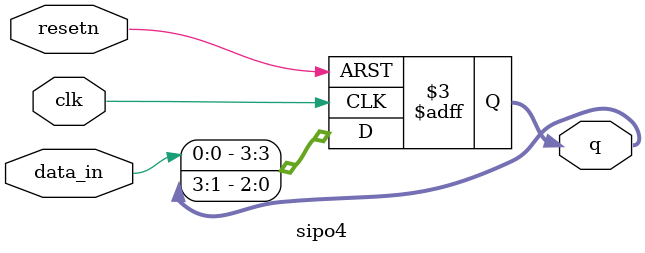
<source format=v>
`timescale 1ns / 1ps
module sipo4(clk, resetn, data_in, q);
	input clk, resetn;
	input data_in;
	output reg [3:0] q;
	
	always @ (negedge resetn or posedge clk) begin
		if(~resetn)
			q <= 4'b0000;
		else begin
			q[2:0] <= q[3:1];
			q[3] <= data_in;
		end
	end
	
endmodule

</source>
